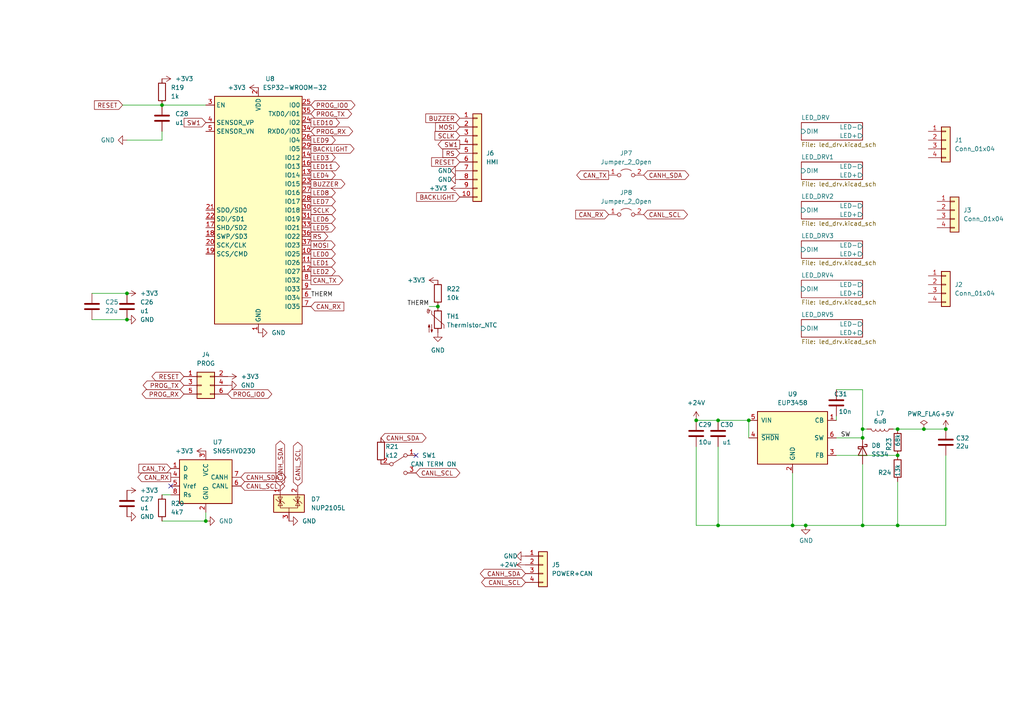
<source format=kicad_sch>
(kicad_sch (version 20211123) (generator eeschema)
  (paper "A4")
  (lib_symbols
    (symbol "Connector_Generic:Conn_01x04" (pin_names (offset 1.016) hide)
      (property "Reference" "J" (at 0 5.08 0))
      (property "Value" "Conn_01x04" (at 0 -7.62 0))
      (symbol "Conn_01x04_1_1"
        (rectangle (start -1.27 -4.953) (end 0 -5.207) (stroke (width 0.1524)))
        (rectangle (start -1.27 -2.413) (end 0 -2.667) (stroke (width 0.1524)))
        (rectangle (start -1.27 0.127) (end 0 -0.127) (stroke (width 0.1524)))
        (rectangle (start -1.27 2.667) (end 0 2.413) (stroke (width 0.1524)))
        (rectangle (start -1.27 3.81) (end 1.27 -6.35) (stroke (width 0.254)) (fill (type background)))
        (pin passive line (at -5.08 2.54 0) (length 3.81) (name "Pin_1") (number "1"))
        (pin passive line (at -5.08 0 0) (length 3.81) (name "Pin_2") (number "2"))
        (pin passive line (at -5.08 -2.54 0) (length 3.81) (name "Pin_3") (number "3"))
        (pin passive line (at -5.08 -5.08 0) (length 3.81) (name "Pin_4") (number "4"))
      )
    )
    (symbol "Connector_Generic:Conn_01x10" (pin_names (offset 1.016) hide)
      (property "Reference" "J" (at 0 12.7 0))
      (property "Value" "Conn_01x10" (at 0 -15.24 0))
      (symbol "Conn_01x10_1_1"
        (rectangle (start -1.27 -12.573) (end 0 -12.827) (stroke (width 0.1524)))
        (rectangle (start -1.27 -10.033) (end 0 -10.287) (stroke (width 0.1524)))
        (rectangle (start -1.27 -7.493) (end 0 -7.747) (stroke (width 0.1524)))
        (rectangle (start -1.27 -4.953) (end 0 -5.207) (stroke (width 0.1524)))
        (rectangle (start -1.27 -2.413) (end 0 -2.667) (stroke (width 0.1524)))
        (rectangle (start -1.27 0.127) (end 0 -0.127) (stroke (width 0.1524)))
        (rectangle (start -1.27 2.667) (end 0 2.413) (stroke (width 0.1524)))
        (rectangle (start -1.27 5.207) (end 0 4.953) (stroke (width 0.1524)))
        (rectangle (start -1.27 7.747) (end 0 7.493) (stroke (width 0.1524)))
        (rectangle (start -1.27 10.287) (end 0 10.033) (stroke (width 0.1524)))
        (rectangle (start -1.27 11.43) (end 1.27 -13.97) (stroke (width 0.254)) (fill (type background)))
        (pin passive line (at -5.08 10.16 0) (length 3.81) (name "Pin_1") (number "1"))
        (pin passive line (at -5.08 -12.7 0) (length 3.81) (name "Pin_10") (number "10"))
        (pin passive line (at -5.08 7.62 0) (length 3.81) (name "Pin_2") (number "2"))
        (pin passive line (at -5.08 5.08 0) (length 3.81) (name "Pin_3") (number "3"))
        (pin passive line (at -5.08 2.54 0) (length 3.81) (name "Pin_4") (number "4"))
        (pin passive line (at -5.08 0 0) (length 3.81) (name "Pin_5") (number "5"))
        (pin passive line (at -5.08 -2.54 0) (length 3.81) (name "Pin_6") (number "6"))
        (pin passive line (at -5.08 -5.08 0) (length 3.81) (name "Pin_7") (number "7"))
        (pin passive line (at -5.08 -7.62 0) (length 3.81) (name "Pin_8") (number "8"))
        (pin passive line (at -5.08 -10.16 0) (length 3.81) (name "Pin_9") (number "9"))
      )
    )
    (symbol "Connector_Generic:Conn_02x03_Odd_Even" (pin_names (offset 1.016) hide)
      (property "Reference" "J" (at 1.27 5.08 0))
      (property "Value" "Conn_02x03_Odd_Even" (at 1.27 -5.08 0))
      (symbol "Conn_02x03_Odd_Even_1_1"
        (rectangle (start -1.27 -2.413) (end 0 -2.667) (stroke (width 0.1524)))
        (rectangle (start -1.27 0.127) (end 0 -0.127) (stroke (width 0.1524)))
        (rectangle (start -1.27 2.667) (end 0 2.413) (stroke (width 0.1524)))
        (rectangle (start -1.27 3.81) (end 3.81 -3.81) (stroke (width 0.254)) (fill (type background)))
        (rectangle (start 3.81 -2.413) (end 2.54 -2.667) (stroke (width 0.1524)))
        (rectangle (start 3.81 0.127) (end 2.54 -0.127) (stroke (width 0.1524)))
        (rectangle (start 3.81 2.667) (end 2.54 2.413) (stroke (width 0.1524)))
        (pin passive line (at -5.08 2.54 0) (length 3.81) (name "Pin_1") (number "1"))
        (pin passive line (at 7.62 2.54 180) (length 3.81) (name "Pin_2") (number "2"))
        (pin passive line (at -5.08 0 0) (length 3.81) (name "Pin_3") (number "3"))
        (pin passive line (at 7.62 0 180) (length 3.81) (name "Pin_4") (number "4"))
        (pin passive line (at -5.08 -2.54 0) (length 3.81) (name "Pin_5") (number "5"))
        (pin passive line (at 7.62 -2.54 180) (length 3.81) (name "Pin_6") (number "6"))
      )
    )
    (symbol "Device:C" (pin_numbers hide) (pin_names (offset 0.254))
      (property "Reference" "C" (at 0.635 2.54 0))
      (property "Value" "C" (at 0.635 -2.54 0))
      (symbol "C_0_1"
        (polyline (pts (xy -2.032 -0.762) (xy 2.032 -0.762)) (stroke (width 0.508)))
        (polyline (pts (xy -2.032 0.762) (xy 2.032 0.762)) (stroke (width 0.508)))
      )
      (symbol "C_1_1"
        (pin passive line (at 0 3.81 270) (length 2.794) (name "~") (number "1"))
        (pin passive line (at 0 -3.81 90) (length 2.794) (name "~") (number "2"))
      )
    )
    (symbol "Device:D_Schottky" (pin_numbers hide) (pin_names (offset 1.016) hide)
      (property "Reference" "D" (at 0 2.54 0))
      (property "Value" "D_Schottky" (at 0 -2.54 0))
      (symbol "D_Schottky_0_1"
        (polyline (pts (xy 1.27 0) (xy -1.27 0)))
        (polyline (pts (xy 1.27 1.27) (xy 1.27 -1.27) (xy -1.27 0) (xy 1.27 1.27)) (stroke (width 0.254)))
        (polyline (pts (xy -1.905 0.635) (xy -1.905 1.27) (xy -1.27 1.27) (xy -1.27 -1.27) (xy -0.635 -1.27) (xy -0.635 -0.635)) (stroke (width 0.254)))
      )
      (symbol "D_Schottky_1_1"
        (pin passive line (at -3.81 0 0) (length 2.54) (name "K") (number "1"))
        (pin passive line (at 3.81 0 180) (length 2.54) (name "A") (number "2"))
      )
    )
    (symbol "Device:L" (pin_numbers hide) (pin_names (offset 1.016) hide)
      (property "Reference" "L" (at -1.27 0 90))
      (property "Value" "L" (at 1.905 0 90))
      (symbol "L_0_1"
        (arc (start 0 -2.54) (mid 0.635 -1.905) (end 0 -1.27))
        (arc (start 0 -1.27) (mid 0.635 -0.635) (end 0 0))
        (arc (start 0 0) (mid 0.635 0.635) (end 0 1.27))
        (arc (start 0 1.27) (mid 0.635 1.905) (end 0 2.54))
      )
      (symbol "L_1_1"
        (pin passive line (at 0 3.81 270) (length 1.27) (name "1") (number "1"))
        (pin passive line (at 0 -3.81 90) (length 1.27) (name "2") (number "2"))
      )
    )
    (symbol "Device:R" (pin_numbers hide) (pin_names (offset 0))
      (property "Reference" "R" (at 2.032 0 90))
      (property "Value" "R" (at 0 0 90))
      (symbol "R_0_1"
        (rectangle (start -1.016 -2.54) (end 1.016 2.54) (stroke (width 0.254)))
      )
      (symbol "R_1_1"
        (pin passive line (at 0 3.81 270) (length 1.27) (name "~") (number "1"))
        (pin passive line (at 0 -3.81 90) (length 1.27) (name "~") (number "2"))
      )
    )
    (symbol "Device:Thermistor_NTC" (pin_numbers hide) (pin_names (offset 0))
      (property "Reference" "TH" (at -4.445 0 90))
      (property "Value" "Thermistor_NTC" (at 3.175 0 90))
      (symbol "Thermistor_NTC_0_1"
        (arc (start -3.048 2.159) (mid -3.0505 2.3165) (end -3.175 2.413))
        (arc (start -3.048 2.159) (mid -2.9736 1.9794) (end -2.794 1.905))
        (arc (start -3.048 2.794) (mid -2.9736 2.6144) (end -2.794 2.54))
        (arc (start -2.794 1.905) (mid -2.6144 1.9794) (end -2.54 2.159))
        (arc (start -2.794 2.54) (mid -2.434 2.5608) (end -2.159 2.794))
        (arc (start -2.794 3.048) (mid -2.9736 2.9736) (end -3.048 2.794))
        (arc (start -2.54 2.794) (mid -2.6144 2.9736) (end -2.794 3.048))
        (rectangle (start -1.016 2.54) (end 1.016 -2.54) (stroke (width 0.254)))
        (polyline (pts (xy -2.54 2.159) (xy -2.54 2.794)))
        (polyline (pts (xy -1.778 2.54) (xy -1.778 1.524) (xy 1.778 -1.524) (xy 1.778 -2.54)))
        (polyline (pts (xy -2.54 -3.683) (xy -2.54 -1.397) (xy -2.794 -2.159) (xy -2.286 -2.159) (xy -2.54 -1.397) (xy -2.54 -1.651)) (fill (type outline)))
        (polyline (pts (xy -1.778 -1.397) (xy -1.778 -3.683) (xy -2.032 -2.921) (xy -1.524 -2.921) (xy -1.778 -3.683) (xy -1.778 -3.429)) (fill (type outline)))
      )
      (symbol "Thermistor_NTC_1_1"
        (pin passive line (at 0 3.81 270) (length 1.27) (name "~") (number "1"))
        (pin passive line (at 0 -3.81 90) (length 1.27) (name "~") (number "2"))
      )
    )
    (symbol "Interface_CAN_LIN:SN65HVD230" (pin_names (offset 1.016))
      (property "Reference" "U" (at -2.54 10.16 0))
      (property "Value" "SN65HVD230" (at -2.54 7.62 0))
      (symbol "SN65HVD230_0_1"
        (rectangle (start -7.62 5.08) (end 7.62 -7.62) (stroke (width 0.254)) (fill (type background)))
      )
      (symbol "SN65HVD230_1_1"
        (pin input line (at -10.16 2.54 0) (length 2.54) (name "D") (number "1"))
        (pin power_in line (at 0 -10.16 90) (length 2.54) (name "GND") (number "2"))
        (pin power_in line (at 0 7.62 270) (length 2.54) (name "VCC") (number "3"))
        (pin output line (at -10.16 0 0) (length 2.54) (name "R") (number "4"))
        (pin output line (at -10.16 -2.54 0) (length 2.54) (name "Vref") (number "5"))
        (pin bidirectional line (at 10.16 -2.54 180) (length 2.54) (name "CANL") (number "6"))
        (pin bidirectional line (at 10.16 0 180) (length 2.54) (name "CANH") (number "7"))
        (pin input line (at -10.16 -5.08 0) (length 2.54) (name "Rs") (number "8"))
      )
    )
    (symbol "Jumper:Jumper_2_Open" (pin_names (offset 0) hide)
      (property "Reference" "JP" (at 0 2.794 0))
      (property "Value" "Jumper_2_Open" (at 0 -2.286 0))
      (symbol "Jumper_2_Open_0_0"
        (circle (center -2.032 0) (radius 0.508))
        (circle (center 2.032 0) (radius 0.508))
      )
      (symbol "Jumper_2_Open_0_1"
        (arc (start 1.524 1.27) (mid 0 1.778) (end -1.524 1.27))
      )
      (symbol "Jumper_2_Open_1_1"
        (pin passive line (at -5.08 0 0) (length 2.54) (name "A") (number "1"))
        (pin passive line (at 5.08 0 180) (length 2.54) (name "B") (number "2"))
      )
    )
    (symbol "Power_Protection:NUP2105L" (pin_names hide)
      (property "Reference" "D" (at 5.715 2.54 0))
      (property "Value" "NUP2105L" (at 5.715 0.635 0))
      (symbol "NUP2105L_0_0"
        (pin passive line (at 0 -5.08 90) (length 2.54) (name "A") (number "3"))
      )
      (symbol "NUP2105L_0_1"
        (rectangle (start -4.445 2.54) (end 4.445 -2.54) (stroke (width 0.254)) (fill (type background)))
        (polyline (pts (xy -2.54 2.54) (xy -2.54 0.635)))
        (polyline (pts (xy 0 -1.27) (xy 0 -2.54)))
        (polyline (pts (xy 2.54 2.54) (xy 2.54 0.635)))
        (polyline (pts (xy -3.81 1.27) (xy -3.175 0.635) (xy -1.905 0.635) (xy -1.27 0)))
        (polyline (pts (xy -2.54 0.635) (xy -2.54 -1.27) (xy 2.54 -1.27) (xy 2.54 0.635)))
        (polyline (pts (xy -2.54 0.635) (xy -1.905 -0.635) (xy -3.175 -0.635) (xy -2.54 0.635)))
        (polyline (pts (xy 2.54 0.635) (xy 1.905 -0.635) (xy 3.175 -0.635) (xy 2.54 0.635)))
        (polyline (pts (xy 2.54 0.635) (xy 3.175 1.905) (xy 1.905 1.905) (xy 2.54 0.635)))
        (polyline (pts (xy -2.54 0.635) (xy -3.175 1.905) (xy -1.905 1.905) (xy -2.54 0.635) (xy -2.54 1.27)))
        (polyline (pts (xy 1.27 1.27) (xy 1.905 0.635) (xy 2.54 0.635) (xy 3.175 0.635) (xy 3.81 0)))
      )
      (symbol "NUP2105L_1_1"
        (pin passive line (at -2.54 5.08 270) (length 2.54) (name "K") (number "1"))
        (pin passive line (at 2.54 5.08 270) (length 2.54) (name "K") (number "2"))
      )
    )
    (symbol "RF_Module:ESP32-WROOM-32"
      (property "Reference" "U" (at -12.7 34.29 0))
      (property "Value" "ESP32-WROOM-32" (at 1.27 34.29 0))
      (symbol "ESP32-WROOM-32_0_1"
        (rectangle (start -12.7 33.02) (end 12.7 -33.02) (stroke (width 0.254)) (fill (type background)))
      )
      (symbol "ESP32-WROOM-32_1_1"
        (pin power_in line (at 0 -35.56 90) (length 2.54) (name "GND") (number "1"))
        (pin bidirectional line (at 15.24 -12.7 180) (length 2.54) (name "IO25") (number "10"))
        (pin bidirectional line (at 15.24 -15.24 180) (length 2.54) (name "IO26") (number "11"))
        (pin bidirectional line (at 15.24 -17.78 180) (length 2.54) (name "IO27") (number "12"))
        (pin bidirectional line (at 15.24 10.16 180) (length 2.54) (name "IO14") (number "13"))
        (pin bidirectional line (at 15.24 15.24 180) (length 2.54) (name "IO12") (number "14"))
        (pin passive line (at 0 -35.56 90) (length 2.54) hide (name "GND") (number "15"))
        (pin bidirectional line (at 15.24 12.7 180) (length 2.54) (name "IO13") (number "16"))
        (pin bidirectional line (at -15.24 -5.08 0) (length 2.54) (name "SHD/SD2") (number "17"))
        (pin bidirectional line (at -15.24 -7.62 0) (length 2.54) (name "SWP/SD3") (number "18"))
        (pin bidirectional line (at -15.24 -12.7 0) (length 2.54) (name "SCS/CMD") (number "19"))
        (pin power_in line (at 0 35.56 270) (length 2.54) (name "VDD") (number "2"))
        (pin bidirectional line (at -15.24 -10.16 0) (length 2.54) (name "SCK/CLK") (number "20"))
        (pin bidirectional line (at -15.24 0 0) (length 2.54) (name "SDO/SD0") (number "21"))
        (pin bidirectional line (at -15.24 -2.54 0) (length 2.54) (name "SDI/SD1") (number "22"))
        (pin bidirectional line (at 15.24 7.62 180) (length 2.54) (name "IO15") (number "23"))
        (pin bidirectional line (at 15.24 25.4 180) (length 2.54) (name "IO2") (number "24"))
        (pin bidirectional line (at 15.24 30.48 180) (length 2.54) (name "IO0") (number "25"))
        (pin bidirectional line (at 15.24 20.32 180) (length 2.54) (name "IO4") (number "26"))
        (pin bidirectional line (at 15.24 5.08 180) (length 2.54) (name "IO16") (number "27"))
        (pin bidirectional line (at 15.24 2.54 180) (length 2.54) (name "IO17") (number "28"))
        (pin bidirectional line (at 15.24 17.78 180) (length 2.54) (name "IO5") (number "29"))
        (pin input line (at -15.24 30.48 0) (length 2.54) (name "EN") (number "3"))
        (pin bidirectional line (at 15.24 0 180) (length 2.54) (name "IO18") (number "30"))
        (pin bidirectional line (at 15.24 -2.54 180) (length 2.54) (name "IO19") (number "31"))
        (pin no_connect line (at -12.7 -27.94 0) (length 2.54) hide (name "NC") (number "32"))
        (pin bidirectional line (at 15.24 -5.08 180) (length 2.54) (name "IO21") (number "33"))
        (pin bidirectional line (at 15.24 22.86 180) (length 2.54) (name "RXD0/IO3") (number "34"))
        (pin bidirectional line (at 15.24 27.94 180) (length 2.54) (name "TXD0/IO1") (number "35"))
        (pin bidirectional line (at 15.24 -7.62 180) (length 2.54) (name "IO22") (number "36"))
        (pin bidirectional line (at 15.24 -10.16 180) (length 2.54) (name "IO23") (number "37"))
        (pin passive line (at 0 -35.56 90) (length 2.54) hide (name "GND") (number "38"))
        (pin passive line (at 0 -35.56 90) (length 2.54) hide (name "GND") (number "39"))
        (pin input line (at -15.24 25.4 0) (length 2.54) (name "SENSOR_VP") (number "4"))
        (pin input line (at -15.24 22.86 0) (length 2.54) (name "SENSOR_VN") (number "5"))
        (pin input line (at 15.24 -25.4 180) (length 2.54) (name "IO34") (number "6"))
        (pin input line (at 15.24 -27.94 180) (length 2.54) (name "IO35") (number "7"))
        (pin bidirectional line (at 15.24 -20.32 180) (length 2.54) (name "IO32") (number "8"))
        (pin bidirectional line (at 15.24 -22.86 180) (length 2.54) (name "IO33") (number "9"))
      )
    )
    (symbol "Regulator_Switching:LMR14206" (pin_names (offset 1.016))
      (property "Reference" "U" (at -10.16 11.43 0))
      (property "Value" "LMR14206" (at -10.16 8.89 0))
      (symbol "LMR14206_0_1"
        (rectangle (start -10.16 7.62) (end 10.16 -7.62) (stroke (width 0.254)) (fill (type background)))
      )
      (symbol "LMR14206_1_1"
        (pin input line (at 12.7 5.08 180) (length 2.54) (name "CB") (number "1"))
        (pin power_in line (at 0 -10.16 90) (length 2.54) (name "GND") (number "2"))
        (pin input line (at 12.7 -5.08 180) (length 2.54) (name "FB") (number "3"))
        (pin input line (at -12.7 0 0) (length 2.54) (name "~{SHDN}") (number "4"))
        (pin power_in line (at -12.7 5.08 0) (length 2.54) (name "VIN") (number "5"))
        (pin output line (at 12.7 0 180) (length 2.54) (name "SW") (number "6"))
      )
    )
    (symbol "Switch:SW_SPDT" (pin_names (offset 0) hide)
      (property "Reference" "SW" (at 0 4.318 0))
      (property "Value" "SW_SPDT" (at 0 -5.08 0))
      (symbol "SW_SPDT_0_0"
        (circle (center -2.032 0) (radius 0.508))
        (circle (center 2.032 -2.54) (radius 0.508))
      )
      (symbol "SW_SPDT_0_1"
        (polyline (pts (xy -1.524 0.254) (xy 1.651 2.286)))
        (circle (center 2.032 2.54) (radius 0.508))
      )
      (symbol "SW_SPDT_1_1"
        (pin passive line (at 5.08 2.54 180) (length 2.54) (name "A") (number "1"))
        (pin passive line (at -5.08 0 0) (length 2.54) (name "B") (number "2"))
        (pin passive line (at 5.08 -2.54 180) (length 2.54) (name "C") (number "3"))
      )
    )
    (symbol "power:+24V" (power) (pin_names (offset 0))
      (property "Value" "+24V" (at 0 3.556 0))
      (symbol "+24V_0_1"
        (polyline (pts (xy -0.762 1.27) (xy 0 2.54)))
        (polyline (pts (xy 0 0) (xy 0 2.54)))
        (polyline (pts (xy 0 2.54) (xy 0.762 1.27)))
      )
      (symbol "+24V_1_1"
        (pin power_in line (at 0 0 90) (length 0) hide (name "+24V") (number "1"))
      )
    )
    (symbol "power:+3V3" (power) (pin_names (offset 0))
      (property "Value" "+3V3" (at 0 3.556 0))
      (symbol "+3V3_0_1"
        (polyline (pts (xy -0.762 1.27) (xy 0 2.54)))
        (polyline (pts (xy 0 0) (xy 0 2.54)))
        (polyline (pts (xy 0 2.54) (xy 0.762 1.27)))
      )
      (symbol "+3V3_1_1"
        (pin power_in line (at 0 0 90) (length 0) hide (name "+3V3") (number "1"))
      )
    )
    (symbol "power:+5V" (power) (pin_names (offset 0))
      (property "Value" "+5V" (at 0 3.556 0))
      (symbol "+5V_0_1"
        (polyline (pts (xy -0.762 1.27) (xy 0 2.54)))
        (polyline (pts (xy 0 0) (xy 0 2.54)))
        (polyline (pts (xy 0 2.54) (xy 0.762 1.27)))
      )
      (symbol "+5V_1_1"
        (pin power_in line (at 0 0 90) (length 0) hide (name "+5V") (number "1"))
      )
    )
    (symbol "power:GND" (power) (pin_names (offset 0))
      (property "Value" "GND" (at 0 -3.81 0))
      (symbol "GND_0_1"
        (polyline (pts (xy 0 0) (xy 0 -1.27) (xy 1.27 -1.27) (xy 0 -2.54) (xy -1.27 -1.27) (xy 0 -1.27)))
      )
      (symbol "GND_1_1"
        (pin power_in line (at 0 0 270) (length 0) hide (name "GND") (number "1"))
      )
    )
    (symbol "power:PWR_FLAG" (power) (pin_numbers hide) (pin_names (offset 0) hide)
      (property "Value" "PWR_FLAG" (at 0 3.81 0))
      (symbol "PWR_FLAG_0_0"
        (pin power_out line (at 0 0 90) (length 0) (name "pwr") (number "1"))
      )
      (symbol "PWR_FLAG_0_1"
        (polyline (pts (xy 0 0) (xy 0 1.27) (xy -1.016 1.905) (xy 0 2.54) (xy 1.016 1.905) (xy 0 1.27)))
      )
    )
  )
  (junction (at 267.97 124.46))
  (junction (at 36.83 92.71))
  (junction (at 260.35 152.4))
  (junction (at 46.99 30.48))
  (junction (at 274.32 124.46))
  (junction (at 59.69 151.13))
  (junction (at 201.93 121.92))
  (junction (at 250.19 124.46))
  (junction (at 36.83 85.09))
  (junction (at 250.19 127))
  (junction (at 208.28 121.92))
  (junction (at 250.19 152.4))
  (junction (at 233.68 152.4))
  (junction (at 217.17 121.92))
  (junction (at 260.35 132.08))
  (junction (at 127 88.9))
  (junction (at 260.35 124.46))
  (junction (at 208.28 152.4))
  (junction (at 229.87 152.4))
  (no_connect (at 49.53 140.97))
  (no_connect (at 120.65 132.08))
  (wire (pts (xy 46.99 40.64) (xy 46.99 38.1)))
  (wire (pts (xy 217.17 121.92) (xy 208.28 121.92)))
  (wire (pts (xy 260.35 152.4) (xy 260.35 139.7)))
  (wire (pts (xy 201.93 152.4) (xy 208.28 152.4)))
  (wire (pts (xy 229.87 152.4) (xy 233.68 152.4)))
  (wire (pts (xy 208.28 152.4) (xy 229.87 152.4)))
  (wire (pts (xy 274.32 152.4) (xy 260.35 152.4)))
  (wire (pts (xy 201.93 129.54) (xy 201.93 152.4)))
  (wire (pts (xy 250.19 152.4) (xy 260.35 152.4)))
  (wire (pts (xy 250.19 134.62) (xy 250.19 152.4)))
  (wire (pts (xy 217.17 121.92) (xy 217.17 127)))
  (wire (pts (xy 26.67 85.09) (xy 36.83 85.09)))
  (wire (pts (xy 46.99 151.13) (xy 59.69 151.13)))
  (wire (pts (xy 250.19 113.03) (xy 250.19 124.46)))
  (wire (pts (xy 26.67 92.71) (xy 36.83 92.71)))
  (wire (pts (xy 251.46 124.46) (xy 250.19 124.46)))
  (wire (pts (xy 229.87 137.16) (xy 229.87 152.4)))
  (wire (pts (xy 124.46 88.9) (xy 127 88.9)))
  (wire (pts (xy 242.57 127) (xy 250.19 127)))
  (wire (pts (xy 35.56 30.48) (xy 46.99 30.48)))
  (wire (pts (xy 242.57 113.03) (xy 250.19 113.03)))
  (wire (pts (xy 201.93 121.92) (xy 208.28 121.92)))
  (wire (pts (xy 208.28 129.54) (xy 208.28 152.4)))
  (wire (pts (xy 46.99 143.51) (xy 49.53 143.51)))
  (wire (pts (xy 242.57 120.65) (xy 242.57 121.92)))
  (wire (pts (xy 260.35 124.46) (xy 267.97 124.46)))
  (wire (pts (xy 274.32 132.08) (xy 274.32 152.4)))
  (wire (pts (xy 267.97 124.46) (xy 274.32 124.46)))
  (wire (pts (xy 36.83 40.64) (xy 46.99 40.64)))
  (wire (pts (xy 59.69 148.59) (xy 59.69 151.13)))
  (wire (pts (xy 259.08 124.46) (xy 260.35 124.46)))
  (wire (pts (xy 242.57 132.08) (xy 260.35 132.08)))
  (wire (pts (xy 250.19 127) (xy 250.19 124.46)))
  (wire (pts (xy 233.68 152.4) (xy 250.19 152.4)))
  (wire (pts (xy 46.99 30.48) (xy 59.69 30.48)))
  (label "SW" (at 243.84 127 0))
  (label "THERM" (at 124.46 88.9 180))
  (label "THERM" (at 90.17 86.36 0))
  (global_label "CANH_SDA" (shape bidirectional) (at 152.4 166.37 180) (property "Intersheet References" "${INTERSHEET_REFS}" (effects hide)))
  (global_label "CAN_TX" (shape output) (at 90.17 81.28 0) (property "Intersheet References" "${INTERSHEET_REFS}" (effects hide)))
  (global_label "CANH_SDA" (shape bidirectional) (at 186.69 50.8 0) (property "Intersheet References" "${INTERSHEET_REFS}" (effects hide)))
  (global_label "BACKLIGHT" (shape output) (at 90.17 43.18 0) (property "Intersheet References" "${INTERSHEET_REFS}" (effects hide)))
  (global_label "PROG_RX" (shape bidirectional) (at 53.34 114.3 180) (property "Intersheet References" "${INTERSHEET_REFS}" (effects hide)))
  (global_label "LED10" (shape output) (at 90.17 35.56 0) (property "Intersheet References" "${INTERSHEET_REFS}" (effects hide)))
  (global_label "CANH_SDA" (shape bidirectional) (at 69.85 138.43 0) (property "Intersheet References" "${INTERSHEET_REFS}" (effects hide)))
  (global_label "LED1" (shape output) (at 90.17 76.2 0) (property "Intersheet References" "${INTERSHEET_REFS}" (effects hide)))
  (global_label "PROG_IO0" (shape bidirectional) (at 66.04 114.3 0) (property "Intersheet References" "${INTERSHEET_REFS}" (effects hide)))
  (global_label "MOSI" (shape output) (at 90.17 71.12 0) (property "Intersheet References" "${INTERSHEET_REFS}" (effects hide)))
  (global_label "LED2" (shape output) (at 90.17 78.74 0) (property "Intersheet References" "${INTERSHEET_REFS}" (effects hide)))
  (global_label "LED11" (shape output) (at 90.17 48.26 0) (property "Intersheet References" "${INTERSHEET_REFS}" (effects hide)))
  (global_label "LED7" (shape output) (at 90.17 58.42 0) (property "Intersheet References" "${INTERSHEET_REFS}" (effects hide)))
  (global_label "PROG_TX" (shape bidirectional) (at 90.17 33.02 0) (property "Intersheet References" "${INTERSHEET_REFS}" (effects hide)))
  (global_label "PROG_TX" (shape bidirectional) (at 53.34 111.76 180) (property "Intersheet References" "${INTERSHEET_REFS}" (effects hide)))
  (global_label "CANH_SDA" (shape bidirectional) (at 81.28 140.97 90) (property "Intersheet References" "${INTERSHEET_REFS}" (effects hide)))
  (global_label "PROG_IO0" (shape bidirectional) (at 90.17 30.48 0) (property "Intersheet References" "${INTERSHEET_REFS}" (effects hide)))
  (global_label "SW1" (shape input) (at 59.69 35.56 180) (property "Intersheet References" "${INTERSHEET_REFS}" (effects hide)))
  (global_label "CAN_RX" (shape input) (at 90.17 88.9 0) (property "Intersheet References" "${INTERSHEET_REFS}" (effects hide)))
  (global_label "LED8" (shape output) (at 90.17 55.88 0) (property "Intersheet References" "${INTERSHEET_REFS}" (effects hide)))
  (global_label "SW1" (shape output) (at 133.35 41.91 180) (property "Intersheet References" "${INTERSHEET_REFS}" (effects hide)))
  (global_label "PROG_RX" (shape bidirectional) (at 90.17 38.1 0) (property "Intersheet References" "${INTERSHEET_REFS}" (effects hide)))
  (global_label "CANL_SCL" (shape bidirectional) (at 152.4 168.91 180) (property "Intersheet References" "${INTERSHEET_REFS}" (effects hide)))
  (global_label "LED6" (shape output) (at 90.17 63.5 0) (property "Intersheet References" "${INTERSHEET_REFS}" (effects hide)))
  (global_label "LED5" (shape output) (at 90.17 66.04 0) (property "Intersheet References" "${INTERSHEET_REFS}" (effects hide)))
  (global_label "BUZZER" (shape input) (at 133.35 34.29 180) (property "Intersheet References" "${INTERSHEET_REFS}" (effects hide)))
  (global_label "CAN_TX" (shape input) (at 49.53 135.89 180) (property "Intersheet References" "${INTERSHEET_REFS}" (effects hide)))
  (global_label "CANL_SCL" (shape bidirectional) (at 86.36 140.97 90) (property "Intersheet References" "${INTERSHEET_REFS}" (effects hide)))
  (global_label "LED0" (shape output) (at 90.17 73.66 0) (property "Intersheet References" "${INTERSHEET_REFS}" (effects hide)))
  (global_label "SCLK" (shape input) (at 133.35 39.37 180) (property "Intersheet References" "${INTERSHEET_REFS}" (effects hide)))
  (global_label "RESET" (shape input) (at 133.35 46.99 180) (property "Intersheet References" "${INTERSHEET_REFS}" (effects hide)))
  (global_label "RS" (shape input) (at 133.35 44.45 180) (property "Intersheet References" "${INTERSHEET_REFS}" (effects hide)))
  (global_label "LED4" (shape output) (at 90.17 50.8 0) (property "Intersheet References" "${INTERSHEET_REFS}" (effects hide)))
  (global_label "BUZZER" (shape output) (at 90.17 53.34 0) (property "Intersheet References" "${INTERSHEET_REFS}" (effects hide)))
  (global_label "LED3" (shape output) (at 90.17 45.72 0) (property "Intersheet References" "${INTERSHEET_REFS}" (effects hide)))
  (global_label "CAN_RX" (shape output) (at 49.53 138.43 180) (property "Intersheet References" "${INTERSHEET_REFS}" (effects hide)))
  (global_label "CANL_SCL" (shape bidirectional) (at 69.85 140.97 0) (property "Intersheet References" "${INTERSHEET_REFS}" (effects hide)))
  (global_label "CANL_SCL" (shape bidirectional) (at 120.65 137.16 0) (property "Intersheet References" "${INTERSHEET_REFS}" (effects hide)))
  (global_label "RESET" (shape input) (at 35.56 30.48 180) (property "Intersheet References" "${INTERSHEET_REFS}" (effects hide)))
  (global_label "CANL_SCL" (shape bidirectional) (at 186.69 62.23 0) (property "Intersheet References" "${INTERSHEET_REFS}" (effects hide)))
  (global_label "LED9" (shape output) (at 90.17 40.64 0) (property "Intersheet References" "${INTERSHEET_REFS}" (effects hide)))
  (global_label "CANH_SDA" (shape bidirectional) (at 110.49 127 0) (property "Intersheet References" "${INTERSHEET_REFS}" (effects hide)))
  (global_label "CAN_TX" (shape output) (at 176.53 50.8 180) (property "Intersheet References" "${INTERSHEET_REFS}" (effects hide)))
  (global_label "RESET" (shape bidirectional) (at 53.34 109.22 180) (property "Intersheet References" "${INTERSHEET_REFS}" (effects hide)))
  (global_label "RS" (shape output) (at 90.17 68.58 0) (property "Intersheet References" "${INTERSHEET_REFS}" (effects hide)))
  (global_label "BACKLIGHT" (shape input) (at 133.35 57.15 180) (property "Intersheet References" "${INTERSHEET_REFS}" (effects hide)))
  (global_label "SCLK" (shape output) (at 90.17 60.96 0) (property "Intersheet References" "${INTERSHEET_REFS}" (effects hide)))
  (global_label "MOSI" (shape input) (at 133.35 36.83 180) (property "Intersheet References" "${INTERSHEET_REFS}" (effects hide)))
  (global_label "CAN_RX" (shape input) (at 176.53 62.23 180) (property "Intersheet References" "${INTERSHEET_REFS}" (effects hide)))
  (symbol (lib_id "Device:R") (at 260.35 128.27 0) (unit 1)
    (property "Reference" "R23" (at 257.81 130.81 90) (effects (justify left)))
    (property "Value" "68k" (at 260.35 129.54 90) (effects (justify left)))
    (property "Footprint" "Resistor_SMD:R_0603_1608Metric" (effects hide))
  )
  (symbol (lib_id "Interface_CAN_LIN:SN65HVD230") (at 59.69 138.43 0) (unit 1)
    (property "Reference" "U7" (at 61.7094 128.27 0) (effects (justify left)))
    (property "Value" "SN65HVD230" (at 61.7094 130.81 0) (effects (justify left)))
    (property "Footprint" "Package_SO:SOIC-8_3.9x4.9mm_P1.27mm" (effects hide))
    (property "Datasheet" "http://www.ti.com/lit/ds/symlink/sn65hvd230.pdf" (effects hide))
  )
  (symbol (lib_id "power:GND") (at 83.82 151.13 90) (unit 1)
    (property "Reference" "#PWR013" (effects hide))
    (property "Value" "GND" (at 87.63 151.1299 90) (effects (justify right)))
  )
  (symbol (lib_id "power:GND") (at 36.83 149.86 90) (unit 1)
    (property "Reference" "#PWR05" (effects hide))
    (property "Value" "GND" (at 40.64 149.8599 90) (effects (justify right)))
  )
  (symbol (lib_id "Device:C") (at 36.83 88.9 0) (unit 1)
    (property "Reference" "C26" (at 40.64 87.6299 0) (effects (justify left)))
    (property "Value" "u1" (at 40.64 90.1699 0) (effects (justify left)))
    (property "Footprint" "Capacitor_SMD:C_0603_1608Metric" (effects hide))
  )
  (symbol (lib_id "power:+3V3") (at 133.35 54.61 90) (unit 1)
    (property "Reference" "#PWR0116" (effects hide))
    (property "Value" "+3V3" (at 124.46 54.61 90) (effects (justify right)))
  )
  (symbol (lib_id "Device:C") (at 26.67 88.9 0) (unit 1)
    (property "Reference" "C25" (at 30.48 87.6299 0) (effects (justify left)))
    (property "Value" "22u" (at 30.48 90.1699 0) (effects (justify left)))
    (property "Footprint" "Capacitor_SMD:C_0603_1608Metric" (effects hide))
  )
  (symbol (lib_id "Connector_Generic:Conn_01x04") (at 157.48 163.83 0) (unit 1)
    (property "Reference" "J5" (at 160.02 163.8299 0) (effects (justify left)))
    (property "Value" "POWER+CAN" (at 160.02 166.3699 0) (effects (justify left)))
    (property "Footprint" "Connector_Phoenix_MC:PhoenixContact_MC_1,5_4-G-3.81_1x04_P3.81mm_Horizontal" (effects hide))
  )
  (symbol (lib_id "Connector_Generic:Conn_01x10") (at 138.43 44.45 0) (unit 1)
    (property "Reference" "J6" (at 140.97 44.4499 0) (effects (justify left)))
    (property "Value" "HMI" (at 140.97 46.9899 0) (effects (justify left)))
    (property "Footprint" "Connector_FFC-FPC:Hirose_FH12-10S-0.5SH_1x10-1MP_P0.50mm_Horizontal" (effects hide))
  )
  (symbol (lib_id "power:GND") (at 233.68 152.4 0) (unit 1)
    (property "Reference" "#PWR024" (effects hide))
    (property "Value" "GND" (at 233.807 156.7942 0))
  )
  (symbol (lib_id "Device:L") (at 255.27 124.46 270) (unit 1)
    (property "Reference" "L7" (at 255.27 119.8626 90))
    (property "Value" "6u8" (at 255.27 122.174 90))
    (property "Footprint" "Inductor_SMD:L_Abracon_ASPI-0630LR" (effects hide))
    (property "Datasheet" "C408449" (effects hide))
  )
  (symbol (lib_id "power:GND") (at 74.93 96.52 90) (unit 1)
    (property "Reference" "#PWR012" (effects hide))
    (property "Value" "GND" (at 78.74 96.5199 90) (effects (justify right)))
  )
  (symbol (lib_id "Device:C") (at 201.93 125.73 180) (unit 1)
    (property "Reference" "C29" (at 204.47 123.19 0))
    (property "Value" "10u" (at 204.47 128.27 0))
    (property "Footprint" "Capacitor_SMD:C_1206_3216Metric" (effects hide))
  )
  (symbol (lib_id "Connector_Generic:Conn_01x04") (at 274.32 82.55 0) (unit 1)
    (property "Reference" "J2" (at 276.86 82.5499 0) (effects (justify left)))
    (property "Value" "Conn_01x04" (at 276.86 85.0899 0) (effects (justify left)))
    (property "Footprint" "Connector_Phoenix_MC:PhoenixContact_MC_1,5_4-G-3.5_1x04_P3.50mm_Horizontal" (effects hide))
  )
  (symbol (lib_id "power:GND") (at 66.04 111.76 90) (unit 1)
    (property "Reference" "#PWR010" (effects hide))
    (property "Value" "GND" (at 69.85 111.7599 90) (effects (justify right)))
  )
  (symbol (lib_id "Jumper:Jumper_2_Open") (at 181.61 50.8 0) (unit 1)
    (property "Reference" "JP7" (at 181.61 44.45 0))
    (property "Value" "Jumper_2_Open" (at 181.61 46.99 0))
    (property "Footprint" "Jumper:SolderJumper-2_P1.3mm_Open_RoundedPad1.0x1.5mm" (effects hide))
  )
  (symbol (lib_id "Connector_Generic:Conn_01x04") (at 276.86 60.96 0) (unit 1)
    (property "Reference" "J3" (at 279.4 60.9599 0) (effects (justify left)))
    (property "Value" "Conn_01x04" (at 279.4 63.4999 0) (effects (justify left)))
    (property "Footprint" "Connector_Phoenix_MC:PhoenixContact_MC_1,5_4-G-3.5_1x04_P3.50mm_Horizontal" (effects hide))
  )
  (symbol (lib_id "power:GND") (at 133.35 52.07 270) (unit 1)
    (property "Reference" "#PWR0115" (effects hide))
    (property "Value" "GND" (at 127 52.07 90) (effects (justify left)))
  )
  (symbol (lib_id "power:PWR_FLAG") (at 267.97 124.46 0) (unit 1)
    (property "Reference" "#FLG01" (effects hide))
    (property "Value" "PWR_FLAG" (at 267.97 120.0658 0))
  )
  (symbol (lib_id "power:+24V") (at 201.93 121.92 0) (unit 1)
    (property "Reference" "#PWR023" (effects hide))
    (property "Value" "+24V" (at 201.93 116.84 0))
  )
  (symbol (lib_id "Device:D_Schottky") (at 250.19 130.81 270) (unit 1)
    (property "Reference" "D8" (at 252.73 129.2224 90) (effects (justify left)))
    (property "Value" "SS34" (at 252.73 131.7624 90) (effects (justify left)))
    (property "Footprint" "Diode_SMD:D_SMA" (effects hide))
  )
  (symbol (lib_id "Connector_Generic:Conn_01x04") (at 274.32 40.64 0) (unit 1)
    (property "Reference" "J1" (at 276.86 40.6399 0) (effects (justify left)))
    (property "Value" "Conn_01x04" (at 276.86 43.1799 0) (effects (justify left)))
    (property "Footprint" "Connector_Phoenix_MC:PhoenixContact_MC_1,5_4-G-3.5_1x04_P3.50mm_Horizontal" (effects hide))
  )
  (symbol (lib_id "power:+3V3") (at 36.83 142.24 270) (unit 1)
    (property "Reference" "#PWR04" (effects hide))
    (property "Value" "+3V3" (at 40.64 142.2399 90) (effects (justify left)))
  )
  (symbol (lib_id "Connector_Generic:Conn_02x03_Odd_Even") (at 58.42 111.76 0) (unit 1)
    (property "Reference" "J4" (at 59.69 102.87 0))
    (property "Value" "PROG" (at 59.69 105.41 0))
    (property "Footprint" "liebler_CONN:IDC_2x03_P1.27mm_Vertical" (effects hide))
  )
  (symbol (lib_id "power:GND") (at 36.83 92.71 90) (unit 1)
    (property "Reference" "#PWR03" (effects hide))
    (property "Value" "GND" (at 40.64 92.7099 90) (effects (justify right)))
  )
  (symbol (lib_id "Device:R") (at 46.99 26.67 0) (unit 1)
    (property "Reference" "R19" (at 49.53 25.3999 0) (effects (justify left)))
    (property "Value" "1k" (at 49.53 27.9399 0) (effects (justify left)))
    (property "Footprint" "Resistor_SMD:R_0603_1608Metric" (effects hide))
  )
  (symbol (lib_id "power:GND") (at 152.4 161.29 270) (unit 1)
    (property "Reference" "#PWR021" (effects hide))
    (property "Value" "GND" (at 146.05 161.29 90) (effects (justify left)))
  )
  (symbol (lib_id "power:+3V3") (at 46.99 22.86 270) (unit 1)
    (property "Reference" "#PWR06" (effects hide))
    (property "Value" "+3V3" (at 50.8 22.8599 90) (effects (justify left)))
  )
  (symbol (lib_id "Device:R") (at 110.49 130.81 0) (unit 1)
    (property "Reference" "R21" (at 111.76 129.54 0) (effects (justify left)))
    (property "Value" "k12" (at 111.76 132.08 0) (effects (justify left)))
    (property "Footprint" "Resistor_SMD:R_0603_1608Metric" (effects hide))
  )
  (symbol (lib_id "Switch:SW_SPDT") (at 115.57 134.62 0) (unit 1)
    (property "Reference" "SW1" (at 124.46 132.08 0))
    (property "Value" "CAN TERM ON" (at 125.73 134.62 0))
    (property "Footprint" "liebler_MECH:SW_SPDT_PCM12_handsolder" (effects hide))
  )
  (symbol (lib_id "Device:Thermistor_NTC") (at 127 92.71 0) (unit 1)
    (property "Reference" "TH1" (at 129.54 91.7574 0) (effects (justify left)))
    (property "Value" "Thermistor_NTC" (at 129.54 94.2974 0) (effects (justify left)))
    (property "Footprint" "Capacitor_THT:C_Disc_D3.4mm_W2.1mm_P2.50mm" (effects hide))
  )
  (symbol (lib_id "power:+3V3") (at 36.83 85.09 270) (unit 1)
    (property "Reference" "#PWR02" (effects hide))
    (property "Value" "+3V3" (at 40.64 85.0899 90) (effects (justify left)))
  )
  (symbol (lib_id "power:GND") (at 36.83 40.64 270) (unit 1)
    (property "Reference" "#PWR01" (effects hide))
    (property "Value" "GND" (at 29.21 40.64 90) (effects (justify left)))
  )
  (symbol (lib_id "power:+3V3") (at 59.69 130.81 90) (unit 1)
    (property "Reference" "#PWR07" (effects hide))
    (property "Value" "+3V3" (at 50.8 130.81 90) (effects (justify right)))
  )
  (symbol (lib_id "RF_Module:ESP32-WROOM-32") (at 74.93 60.96 0) (unit 1)
    (property "Reference" "U8" (at 76.9494 22.86 0) (effects (justify left)))
    (property "Value" "ESP32-WROOM-32" (at 76.2 25.4 0) (effects (justify left)))
    (property "Footprint" "RF_Module:ESP32-WROOM-32" (effects hide))
    (property "Datasheet" "https://www.espressif.com/sites/default/files/documentation/esp32-wroom-32_datasheet_en.pdf" (effects hide))
  )
  (symbol (lib_id "Device:C") (at 242.57 116.84 180) (unit 1)
    (property "Reference" "C31" (at 243.84 114.3 0))
    (property "Value" "10n" (at 245.11 119.38 0))
    (property "Footprint" "Capacitor_SMD:C_0603_1608Metric" (effects hide))
  )
  (symbol (lib_id "Device:R") (at 260.35 135.89 180) (unit 1)
    (property "Reference" "R24" (at 258.572 137.0584 0) (effects (justify left)))
    (property "Value" "13k" (at 260.35 134.62 90) (effects (justify left)))
    (property "Footprint" "Resistor_SMD:R_0603_1608Metric" (effects hide))
  )
  (symbol (lib_id "Device:C") (at 46.99 34.29 0) (unit 1)
    (property "Reference" "C28" (at 50.8 33.0199 0) (effects (justify left)))
    (property "Value" "u1" (at 50.8 35.5599 0) (effects (justify left)))
    (property "Footprint" "Capacitor_SMD:C_0603_1608Metric" (effects hide))
  )
  (symbol (lib_id "Power_Protection:NUP2105L") (at 83.82 146.05 0) (unit 1)
    (property "Reference" "D7" (at 90.17 144.7799 0) (effects (justify left)))
    (property "Value" "NUP2105L" (at 90.17 147.3199 0) (effects (justify left)))
    (property "Footprint" "Package_TO_SOT_SMD:SOT-23" (effects hide))
    (property "Datasheet" "http://www.onsemi.com/pub_link/Collateral/NUP2105L-D.PDF" (effects hide))
  )
  (symbol (lib_id "power:GND") (at 59.69 151.13 90) (unit 1)
    (property "Reference" "#PWR08" (effects hide))
    (property "Value" "GND" (at 63.5 151.1299 90) (effects (justify right)))
  )
  (symbol (lib_id "power:+3V3") (at 127 81.28 90) (unit 1)
    (property "Reference" "#PWR019" (effects hide))
    (property "Value" "+3V3" (at 118.11 81.28 90) (effects (justify right)))
  )
  (symbol (lib_id "Regulator_Switching:LMR14206") (at 229.87 127 0) (unit 1)
    (property "Reference" "U9" (at 229.87 114.3 0))
    (property "Value" "EUP3458" (at 229.87 116.84 0))
    (property "Footprint" "Package_TO_SOT_SMD:SOT-23-6" (effects hide))
    (property "Datasheet" "http://www.ti.com/lit/ds/symlink/lmr14206.pdf" (effects hide))
  )
  (symbol (lib_id "power:GND") (at 127 96.52 0) (unit 1)
    (property "Reference" "#PWR020" (effects hide))
    (property "Value" "GND" (at 127 101.6 0))
  )
  (symbol (lib_id "power:+3V3") (at 66.04 109.22 270) (unit 1)
    (property "Reference" "#PWR09" (effects hide))
    (property "Value" "+3V3" (at 69.85 109.2199 90) (effects (justify left)))
  )
  (symbol (lib_id "Device:R") (at 46.99 147.32 0) (unit 1)
    (property "Reference" "R20" (at 49.53 146.0499 0) (effects (justify left)))
    (property "Value" "4k7" (at 49.53 148.5899 0) (effects (justify left)))
    (property "Footprint" "Resistor_SMD:R_0603_1608Metric" (effects hide))
  )
  (symbol (lib_id "power:+24V") (at 152.4 163.83 90) (unit 1)
    (property "Reference" "#PWR022" (effects hide))
    (property "Value" "+24V" (at 144.78 163.83 90) (effects (justify right)))
  )
  (symbol (lib_id "power:+5V") (at 274.32 124.46 0) (unit 1)
    (property "Reference" "#PWR025" (effects hide))
    (property "Value" "+5V" (at 274.701 120.0658 0))
  )
  (symbol (lib_id "power:GND") (at 133.35 49.53 270) (unit 1)
    (property "Reference" "#PWR0114" (effects hide))
    (property "Value" "GND" (at 127 49.53 90) (effects (justify left)))
  )
  (symbol (lib_id "Jumper:Jumper_2_Open") (at 181.61 62.23 0) (unit 1)
    (property "Reference" "JP8" (at 181.61 55.88 0))
    (property "Value" "Jumper_2_Open" (at 181.61 58.42 0))
    (property "Footprint" "Jumper:SolderJumper-2_P1.3mm_Open_RoundedPad1.0x1.5mm" (effects hide))
  )
  (symbol (lib_id "power:+3V3") (at 74.93 25.4 90) (unit 1)
    (property "Reference" "#PWR011" (effects hide))
    (property "Value" "+3V3" (at 66.04 25.4 90) (effects (justify right)))
  )
  (symbol (lib_id "Device:R") (at 127 85.09 0) (unit 1)
    (property "Reference" "R22" (at 129.54 83.8199 0) (effects (justify left)))
    (property "Value" "10k" (at 129.54 86.3599 0) (effects (justify left)))
    (property "Footprint" "Resistor_SMD:R_0603_1608Metric" (effects hide))
  )
  (symbol (lib_id "Device:C") (at 208.28 125.73 180) (unit 1)
    (property "Reference" "C30" (at 210.82 123.19 0))
    (property "Value" "u1" (at 210.82 128.27 0))
    (property "Footprint" "Capacitor_SMD:C_0603_1608Metric" (effects hide))
  )
  (symbol (lib_id "Device:C") (at 36.83 146.05 0) (unit 1)
    (property "Reference" "C27" (at 40.64 144.7799 0) (effects (justify left)))
    (property "Value" "u1" (at 40.64 147.3199 0) (effects (justify left)))
    (property "Footprint" "Capacitor_SMD:C_0603_1608Metric" (effects hide))
  )
  (symbol (lib_id "Device:C") (at 274.32 128.27 0) (unit 1)
    (property "Reference" "C32" (at 277.241 127.1016 0) (effects (justify left)))
    (property "Value" "22u" (at 277.241 129.413 0) (effects (justify left)))
    (property "Footprint" "Capacitor_SMD:C_0603_1608Metric" (effects hide))
  )
  (sheet (at 232.41 35.56) (size 17.78 5.08) (stroke (width 0.1524))
    (property "Sheet name" "LED_DRV" (at 232.41 34.8484 0) (effects (justify left bottom)))
    (property "Sheet file" "led_drv.kicad_sch" (at 232.41 41.2246 0) (effects (justify left top)))
    (pin "DIM" input (at 232.41 38.1 180))
    (pin "LED-" output (at 250.19 36.83 0))
    (pin "LED+" output (at 250.19 39.37 0))
  )
  (sheet (at 232.41 92.71) (size 17.78 5.08) (stroke (width 0.1524))
    (property "Sheet name" "LED_DRV5" (at 232.41 91.9984 0) (effects (justify left bottom)))
    (property "Sheet file" "led_drv.kicad_sch" (at 232.41 98.3746 0) (effects (justify left top)))
    (pin "DIM" input (at 232.41 95.25 180))
    (pin "LED-" output (at 250.19 93.98 0))
    (pin "LED+" output (at 250.19 96.52 0))
  )
  (sheet (at 232.41 46.99) (size 17.78 5.08) (stroke (width 0.1524))
    (property "Sheet name" "LED_DRV1" (at 232.41 46.2784 0) (effects (justify left bottom)))
    (property "Sheet file" "led_drv.kicad_sch" (at 232.41 52.6546 0) (effects (justify left top)))
    (pin "DIM" input (at 232.41 49.53 180))
    (pin "LED-" output (at 250.19 48.26 0))
    (pin "LED+" output (at 250.19 50.8 0))
  )
  (sheet (at 232.41 81.28) (size 17.78 5.08) (stroke (width 0.1524))
    (property "Sheet name" "LED_DRV4" (at 232.41 80.5684 0) (effects (justify left bottom)))
    (property "Sheet file" "led_drv.kicad_sch" (at 232.41 86.9446 0) (effects (justify left top)))
    (pin "DIM" input (at 232.41 83.82 180))
    (pin "LED-" output (at 250.19 82.55 0))
    (pin "LED+" output (at 250.19 85.09 0))
  )
  (sheet (at 232.41 58.42) (size 17.78 5.08) (stroke (width 0.1524))
    (property "Sheet name" "LED_DRV2" (at 232.41 57.7084 0) (effects (justify left bottom)))
    (property "Sheet file" "led_drv.kicad_sch" (at 232.41 64.0846 0) (effects (justify left top)))
    (pin "DIM" input (at 232.41 60.96 180))
    (pin "LED-" output (at 250.19 59.69 0))
    (pin "LED+" output (at 250.19 62.23 0))
  )
  (sheet (at 232.41 69.85) (size 17.78 5.08) (stroke (width 0.1524))
    (property "Sheet name" "LED_DRV3" (at 232.41 69.1384 0) (effects (justify left bottom)))
    (property "Sheet file" "led_drv.kicad_sch" (at 232.41 75.5146 0) (effects (justify left top)))
    (pin "DIM" input (at 232.41 72.39 180))
    (pin "LED-" output (at 250.19 71.12 0))
    (pin "LED+" output (at 250.19 73.66 0))
  )
)
</source>
